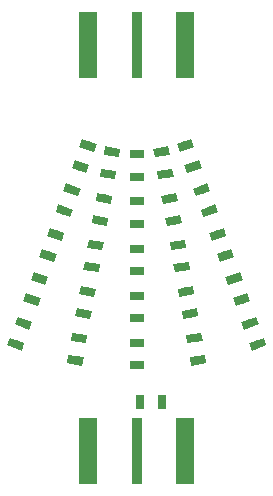
<source format=gtp>
G04 #@! TF.GenerationSoftware,KiCad,Pcbnew,5.0.2-bee76a0~70~ubuntu18.04.1*
G04 #@! TF.CreationDate,2019-07-24T00:54:38+02:00*
G04 #@! TF.ProjectId,DummyLoad,44756d6d-794c-46f6-9164-2e6b69636164,1.1*
G04 #@! TF.SameCoordinates,Original*
G04 #@! TF.FileFunction,Paste,Top*
G04 #@! TF.FilePolarity,Positive*
%FSLAX46Y46*%
G04 Gerber Fmt 4.6, Leading zero omitted, Abs format (unit mm)*
G04 Created by KiCad (PCBNEW 5.0.2-bee76a0~70~ubuntu18.04.1) date Mi 24 Jul 2019 00:54:38 CEST*
%MOMM*%
%LPD*%
G01*
G04 APERTURE LIST*
%ADD10R,1.300000X0.700000*%
%ADD11R,0.900000X5.600000*%
%ADD12R,1.650000X5.600000*%
%ADD13C,0.700000*%
%ADD14C,0.100000*%
%ADD15R,0.700000X1.300000*%
G04 APERTURE END LIST*
D10*
G04 #@! TO.C,R15*
X100000000Y-128050000D03*
X100000000Y-129950000D03*
G04 #@! TD*
D11*
G04 #@! TO.C,CN1*
X100000000Y-102800000D03*
D12*
X104125000Y-102800000D03*
X95875000Y-102800000D03*
G04 #@! TD*
G04 #@! TO.C,CN2*
X104125000Y-137200000D03*
X95875000Y-137200000D03*
D11*
X100000000Y-137200000D03*
G04 #@! TD*
D13*
G04 #@! TO.C,R1*
X95878657Y-111323296D03*
D14*
G36*
X95387564Y-110772090D02*
X96609164Y-111216717D01*
X96369750Y-111874502D01*
X95148150Y-111429875D01*
X95387564Y-110772090D01*
X95387564Y-110772090D01*
G37*
D13*
X95228819Y-113108712D03*
D14*
G36*
X94737726Y-112557506D02*
X95959326Y-113002133D01*
X95719912Y-113659918D01*
X94498312Y-113215291D01*
X94737726Y-112557506D01*
X94737726Y-112557506D01*
G37*
G04 #@! TD*
D13*
G04 #@! TO.C,R2*
X93860739Y-116867483D03*
D14*
G36*
X93369646Y-116316277D02*
X94591246Y-116760904D01*
X94351832Y-117418689D01*
X93130232Y-116974062D01*
X93369646Y-116316277D01*
X93369646Y-116316277D01*
G37*
D13*
X94510577Y-115082067D03*
D14*
G36*
X94019484Y-114530861D02*
X95241084Y-114975488D01*
X95001670Y-115633273D01*
X93780070Y-115188646D01*
X94019484Y-114530861D01*
X94019484Y-114530861D01*
G37*
G04 #@! TD*
D13*
G04 #@! TO.C,R3*
X93142496Y-118840837D03*
D14*
G36*
X92651403Y-118289631D02*
X93873003Y-118734258D01*
X93633589Y-119392043D01*
X92411989Y-118947416D01*
X92651403Y-118289631D01*
X92651403Y-118289631D01*
G37*
D13*
X92492658Y-120626253D03*
D14*
G36*
X92001565Y-120075047D02*
X93223165Y-120519674D01*
X92983751Y-121177459D01*
X91762151Y-120732832D01*
X92001565Y-120075047D01*
X92001565Y-120075047D01*
G37*
G04 #@! TD*
D13*
G04 #@! TO.C,R4*
X91124577Y-124385023D03*
D14*
G36*
X90633484Y-123833817D02*
X91855084Y-124278444D01*
X91615670Y-124936229D01*
X90394070Y-124491602D01*
X90633484Y-123833817D01*
X90633484Y-123833817D01*
G37*
D13*
X91774415Y-122599607D03*
D14*
G36*
X91283322Y-122048401D02*
X92504922Y-122493028D01*
X92265508Y-123150813D01*
X91043908Y-122706186D01*
X91283322Y-122048401D01*
X91283322Y-122048401D01*
G37*
G04 #@! TD*
D13*
G04 #@! TO.C,R5*
X90406335Y-126358378D03*
D14*
G36*
X89915242Y-125807172D02*
X91136842Y-126251799D01*
X90897428Y-126909584D01*
X89675828Y-126464957D01*
X89915242Y-125807172D01*
X89915242Y-125807172D01*
G37*
D13*
X89756497Y-128143794D03*
D14*
G36*
X89265404Y-127592588D02*
X90487004Y-128037215D01*
X90247590Y-128695000D01*
X89025990Y-128250373D01*
X89265404Y-127592588D01*
X89265404Y-127592588D01*
G37*
G04 #@! TD*
D13*
G04 #@! TO.C,R6*
X97907540Y-111866933D03*
D14*
G36*
X97328192Y-111409379D02*
X98608442Y-111635122D01*
X98486888Y-112324487D01*
X97206638Y-112098744D01*
X97328192Y-111409379D01*
X97328192Y-111409379D01*
G37*
D13*
X97577608Y-113738067D03*
D14*
G36*
X96998260Y-113280513D02*
X98278510Y-113506256D01*
X98156956Y-114195621D01*
X96876706Y-113969878D01*
X96998260Y-113280513D01*
X96998260Y-113280513D01*
G37*
G04 #@! TD*
D13*
G04 #@! TO.C,R7*
X96883016Y-117677298D03*
D14*
G36*
X96303668Y-117219744D02*
X97583918Y-117445487D01*
X97462364Y-118134852D01*
X96182114Y-117909109D01*
X96303668Y-117219744D01*
X96303668Y-117219744D01*
G37*
D13*
X97212948Y-115806164D03*
D14*
G36*
X96633600Y-115348610D02*
X97913850Y-115574353D01*
X97792296Y-116263718D01*
X96512046Y-116037975D01*
X96633600Y-115348610D01*
X96633600Y-115348610D01*
G37*
G04 #@! TD*
D13*
G04 #@! TO.C,R8*
X96518355Y-119745395D03*
D14*
G36*
X95939007Y-119287841D02*
X97219257Y-119513584D01*
X97097703Y-120202949D01*
X95817453Y-119977206D01*
X95939007Y-119287841D01*
X95939007Y-119287841D01*
G37*
D13*
X96188423Y-121616529D03*
D14*
G36*
X95609075Y-121158975D02*
X96889325Y-121384718D01*
X96767771Y-122074083D01*
X95487521Y-121848340D01*
X95609075Y-121158975D01*
X95609075Y-121158975D01*
G37*
G04 #@! TD*
D13*
G04 #@! TO.C,R9*
X95493830Y-125555760D03*
D14*
G36*
X94914482Y-125098206D02*
X96194732Y-125323949D01*
X96073178Y-126013314D01*
X94792928Y-125787571D01*
X94914482Y-125098206D01*
X94914482Y-125098206D01*
G37*
D13*
X95823762Y-123684626D03*
D14*
G36*
X95244414Y-123227072D02*
X96524664Y-123452815D01*
X96403110Y-124142180D01*
X95122860Y-123916437D01*
X95244414Y-123227072D01*
X95244414Y-123227072D01*
G37*
G04 #@! TD*
D13*
G04 #@! TO.C,R10*
X95129170Y-127623857D03*
D14*
G36*
X94549822Y-127166303D02*
X95830072Y-127392046D01*
X95708518Y-128081411D01*
X94428268Y-127855668D01*
X94549822Y-127166303D01*
X94549822Y-127166303D01*
G37*
D13*
X94799238Y-129494991D03*
D14*
G36*
X94219890Y-129037437D02*
X95500140Y-129263180D01*
X95378586Y-129952545D01*
X94098336Y-129726802D01*
X94219890Y-129037437D01*
X94219890Y-129037437D01*
G37*
G04 #@! TD*
D10*
G04 #@! TO.C,R11*
X100000000Y-112050000D03*
X100000000Y-113950000D03*
G04 #@! TD*
G04 #@! TO.C,R12*
X100000000Y-117950000D03*
X100000000Y-116050000D03*
G04 #@! TD*
G04 #@! TO.C,R13*
X100000000Y-120050000D03*
X100000000Y-121950000D03*
G04 #@! TD*
G04 #@! TO.C,R14*
X100000000Y-125950000D03*
X100000000Y-124050000D03*
G04 #@! TD*
D13*
G04 #@! TO.C,R16*
X102422392Y-113738067D03*
D14*
G36*
X101721490Y-113506256D02*
X103001740Y-113280513D01*
X103123294Y-113969878D01*
X101843044Y-114195621D01*
X101721490Y-113506256D01*
X101721490Y-113506256D01*
G37*
D13*
X102092460Y-111866933D03*
D14*
G36*
X101391558Y-111635122D02*
X102671808Y-111409379D01*
X102793362Y-112098744D01*
X101513112Y-112324487D01*
X101391558Y-111635122D01*
X101391558Y-111635122D01*
G37*
G04 #@! TD*
D13*
G04 #@! TO.C,R17*
X102787052Y-115806164D03*
D14*
G36*
X102086150Y-115574353D02*
X103366400Y-115348610D01*
X103487954Y-116037975D01*
X102207704Y-116263718D01*
X102086150Y-115574353D01*
X102086150Y-115574353D01*
G37*
D13*
X103116984Y-117677298D03*
D14*
G36*
X102416082Y-117445487D02*
X103696332Y-117219744D01*
X103817886Y-117909109D01*
X102537636Y-118134852D01*
X102416082Y-117445487D01*
X102416082Y-117445487D01*
G37*
G04 #@! TD*
D13*
G04 #@! TO.C,R18*
X103811577Y-121616529D03*
D14*
G36*
X103110675Y-121384718D02*
X104390925Y-121158975D01*
X104512479Y-121848340D01*
X103232229Y-122074083D01*
X103110675Y-121384718D01*
X103110675Y-121384718D01*
G37*
D13*
X103481645Y-119745395D03*
D14*
G36*
X102780743Y-119513584D02*
X104060993Y-119287841D01*
X104182547Y-119977206D01*
X102902297Y-120202949D01*
X102780743Y-119513584D01*
X102780743Y-119513584D01*
G37*
G04 #@! TD*
D13*
G04 #@! TO.C,R19*
X104176238Y-123684626D03*
D14*
G36*
X103475336Y-123452815D02*
X104755586Y-123227072D01*
X104877140Y-123916437D01*
X103596890Y-124142180D01*
X103475336Y-123452815D01*
X103475336Y-123452815D01*
G37*
D13*
X104506170Y-125555760D03*
D14*
G36*
X103805268Y-125323949D02*
X105085518Y-125098206D01*
X105207072Y-125787571D01*
X103926822Y-126013314D01*
X103805268Y-125323949D01*
X103805268Y-125323949D01*
G37*
G04 #@! TD*
D13*
G04 #@! TO.C,R20*
X105200762Y-129494991D03*
D14*
G36*
X104499860Y-129263180D02*
X105780110Y-129037437D01*
X105901664Y-129726802D01*
X104621414Y-129952545D01*
X104499860Y-129263180D01*
X104499860Y-129263180D01*
G37*
D13*
X104870830Y-127623857D03*
D14*
G36*
X104169928Y-127392046D02*
X105450178Y-127166303D01*
X105571732Y-127855668D01*
X104291482Y-128081411D01*
X104169928Y-127392046D01*
X104169928Y-127392046D01*
G37*
G04 #@! TD*
D13*
G04 #@! TO.C,R21*
X104121343Y-111323296D03*
D14*
G36*
X103390836Y-111216717D02*
X104612436Y-110772090D01*
X104851850Y-111429875D01*
X103630250Y-111874502D01*
X103390836Y-111216717D01*
X103390836Y-111216717D01*
G37*
D13*
X104771181Y-113108712D03*
D14*
G36*
X104040674Y-113002133D02*
X105262274Y-112557506D01*
X105501688Y-113215291D01*
X104280088Y-113659918D01*
X104040674Y-113002133D01*
X104040674Y-113002133D01*
G37*
G04 #@! TD*
D13*
G04 #@! TO.C,R22*
X106139261Y-116867483D03*
D14*
G36*
X105408754Y-116760904D02*
X106630354Y-116316277D01*
X106869768Y-116974062D01*
X105648168Y-117418689D01*
X105408754Y-116760904D01*
X105408754Y-116760904D01*
G37*
D13*
X105489423Y-115082067D03*
D14*
G36*
X104758916Y-114975488D02*
X105980516Y-114530861D01*
X106219930Y-115188646D01*
X104998330Y-115633273D01*
X104758916Y-114975488D01*
X104758916Y-114975488D01*
G37*
G04 #@! TD*
D13*
G04 #@! TO.C,R23*
X106857504Y-118840837D03*
D14*
G36*
X106126997Y-118734258D02*
X107348597Y-118289631D01*
X107588011Y-118947416D01*
X106366411Y-119392043D01*
X106126997Y-118734258D01*
X106126997Y-118734258D01*
G37*
D13*
X107507342Y-120626253D03*
D14*
G36*
X106776835Y-120519674D02*
X107998435Y-120075047D01*
X108237849Y-120732832D01*
X107016249Y-121177459D01*
X106776835Y-120519674D01*
X106776835Y-120519674D01*
G37*
G04 #@! TD*
D13*
G04 #@! TO.C,R24*
X108875423Y-124385023D03*
D14*
G36*
X108144916Y-124278444D02*
X109366516Y-123833817D01*
X109605930Y-124491602D01*
X108384330Y-124936229D01*
X108144916Y-124278444D01*
X108144916Y-124278444D01*
G37*
D13*
X108225585Y-122599607D03*
D14*
G36*
X107495078Y-122493028D02*
X108716678Y-122048401D01*
X108956092Y-122706186D01*
X107734492Y-123150813D01*
X107495078Y-122493028D01*
X107495078Y-122493028D01*
G37*
G04 #@! TD*
D13*
G04 #@! TO.C,R25*
X109593665Y-126358378D03*
D14*
G36*
X108863158Y-126251799D02*
X110084758Y-125807172D01*
X110324172Y-126464957D01*
X109102572Y-126909584D01*
X108863158Y-126251799D01*
X108863158Y-126251799D01*
G37*
D13*
X110243503Y-128143794D03*
D14*
G36*
X109512996Y-128037215D02*
X110734596Y-127592588D01*
X110974010Y-128250373D01*
X109752410Y-128695000D01*
X109512996Y-128037215D01*
X109512996Y-128037215D01*
G37*
G04 #@! TD*
D15*
G04 #@! TO.C,R51*
X102150000Y-133000000D03*
X100250000Y-133000000D03*
G04 #@! TD*
M02*

</source>
